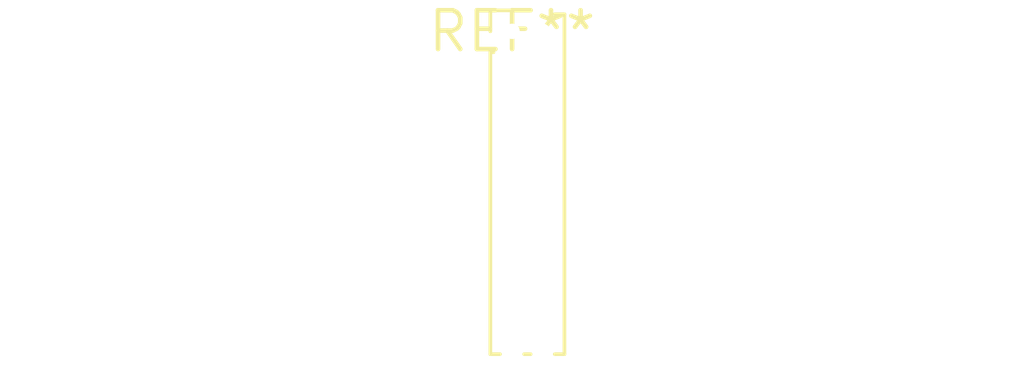
<source format=kicad_pcb>
(kicad_pcb (version 20240108) (generator pcbnew)
  (layers (0 "F.Cu" signal) (31 "B.Cu" signal) (34 "B.Paste" user) (35 "F.Paste" user) (36 "B.SilkS" user "B.Silkscreen") (37 "F.SilkS" user "F.Silkscreen") (38 "B.Mask" user) (39 "F.Mask" user) (44 "Edge.Cuts" user))
  (net 0 "")
  (footprint "PinHeader_2x11_P1.00mm_Vertical" (layer "F.Cu") (at 0 0)
    (property "Reference" "REF**")
    (property "Value" "PinHeader_2x11_P1.00mm_Vertical")
    (fp_line (start -0.71 -0.685) (end 0 -0.685) (layer "F.SilkS") (stroke (width 0.12)))
    (fp_line (start -0.71 0) (end -0.71 -0.685) (layer "F.SilkS") (stroke (width 0.12)))
    (fp_line (start -0.71 0.685) (end -0.71 10.56) (layer "F.SilkS") (stroke (width 0.12)))
    (fp_line (start -0.71 0.685) (end -0.608276 0.685) (layer "F.SilkS") (stroke (width 0.12)))
    (fp_line (start -0.71 10.56) (end -0.394493 10.56) (layer "F.SilkS") (stroke (width 0.12)))
    (fp_line (start 0.394493 10.56) (end 0.605507 10.56) (layer "F.SilkS") (stroke (width 0.12)))
    (fp_line (start 1.394493 -0.56) (end 1.71 -0.56) (layer "F.SilkS") (stroke (width 0.12)))
    (fp_line (start 1.394493 10.56) (end 1.71 10.56) (layer "F.SilkS") (stroke (width 0.12)))
    (fp_line (start 1.71 -0.56) (end 1.71 10.56) (layer "F.SilkS") (stroke (width 0.12)))
    (pad "1" thru_hole rect (at 0 0) (size 0.85 0.85) (drill 0.5) (layers *.Cu *.Mask) (remove_unused_layers))
    (pad "2" thru_hole oval (at 1 0) (size 0.85 0.85) (drill 0.5) (layers *.Cu *.Mask) (remove_unused_layers))
    (pad "3" thru_hole oval (at 0 1) (size 0.85 0.85) (drill 0.5) (layers *.Cu *.Mask) (remove_unused_layers))
    (pad "4" thru_hole oval (at 1 1) (size 0.85 0.85) (drill 0.5) (layers *.Cu *.Mask) (remove_unused_layers))
    (pad "5" thru_hole oval (at 0 2) (size 0.85 0.85) (drill 0.5) (layers *.Cu *.Mask) (remove_unused_layers))
    (pad "6" thru_hole oval (at 1 2) (size 0.85 0.85) (drill 0.5) (layers *.Cu *.Mask) (remove_unused_layers))
    (pad "7" thru_hole oval (at 0 3) (size 0.85 0.85) (drill 0.5) (layers *.Cu *.Mask) (remove_unused_layers))
    (pad "8" thru_hole oval (at 1 3) (size 0.85 0.85) (drill 0.5) (layers *.Cu *.Mask) (remove_unused_layers))
    (pad "9" thru_hole oval (at 0 4) (size 0.85 0.85) (drill 0.5) (layers *.Cu *.Mask) (remove_unused_layers))
    (pad "10" thru_hole oval (at 1 4) (size 0.85 0.85) (drill 0.5) (layers *.Cu *.Mask) (remove_unused_layers))
    (pad "11" thru_hole oval (at 0 5) (size 0.85 0.85) (drill 0.5) (layers *.Cu *.Mask) (remove_unused_layers))
    (pad "12" thru_hole oval (at 1 5) (size 0.85 0.85) (drill 0.5) (layers *.Cu *.Mask) (remove_unused_layers))
    (pad "13" thru_hole oval (at 0 6) (size 0.85 0.85) (drill 0.5) (layers *.Cu *.Mask) (remove_unused_layers))
    (pad "14" thru_hole oval (at 1 6) (size 0.85 0.85) (drill 0.5) (layers *.Cu *.Mask) (remove_unused_layers))
    (pad "15" thru_hole oval (at 0 7) (size 0.85 0.85) (drill 0.5) (layers *.Cu *.Mask) (remove_unused_layers))
    (pad "16" thru_hole oval (at 1 7) (size 0.85 0.85) (drill 0.5) (layers *.Cu *.Mask) (remove_unused_layers))
    (pad "17" thru_hole oval (at 0 8) (size 0.85 0.85) (drill 0.5) (layers *.Cu *.Mask) (remove_unused_layers))
    (pad "18" thru_hole oval (at 1 8) (size 0.85 0.85) (drill 0.5) (layers *.Cu *.Mask) (remove_unused_layers))
    (pad "19" thru_hole oval (at 0 9) (size 0.85 0.85) (drill 0.5) (layers *.Cu *.Mask) (remove_unused_layers))
    (pad "20" thru_hole oval (at 1 9) (size 0.85 0.85) (drill 0.5) (layers *.Cu *.Mask) (remove_unused_layers))
    (pad "21" thru_hole oval (at 0 10) (size 0.85 0.85) (drill 0.5) (layers *.Cu *.Mask) (remove_unused_layers))
    (pad "22" thru_hole oval (at 1 10) (size 0.85 0.85) (drill 0.5) (layers *.Cu *.Mask) (remove_unused_layers))
  )
)
</source>
